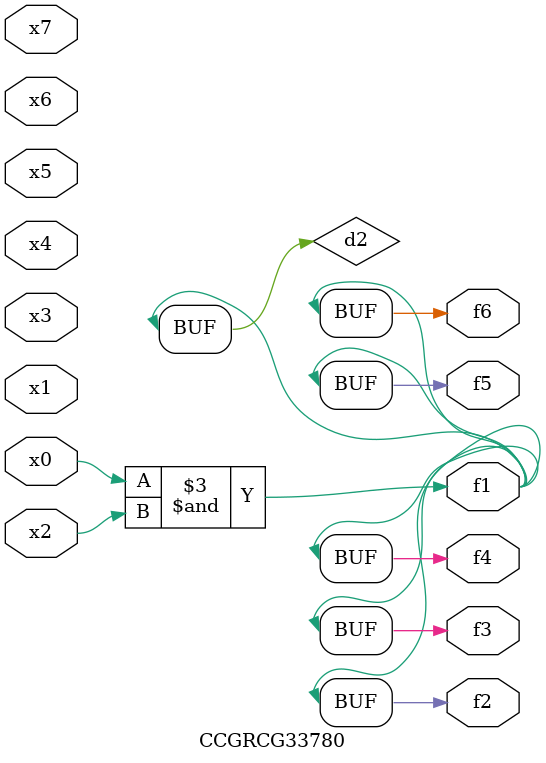
<source format=v>
module CCGRCG33780(
	input x0, x1, x2, x3, x4, x5, x6, x7,
	output f1, f2, f3, f4, f5, f6
);

	wire d1, d2;

	nor (d1, x3, x6);
	and (d2, x0, x2);
	assign f1 = d2;
	assign f2 = d2;
	assign f3 = d2;
	assign f4 = d2;
	assign f5 = d2;
	assign f6 = d2;
endmodule

</source>
